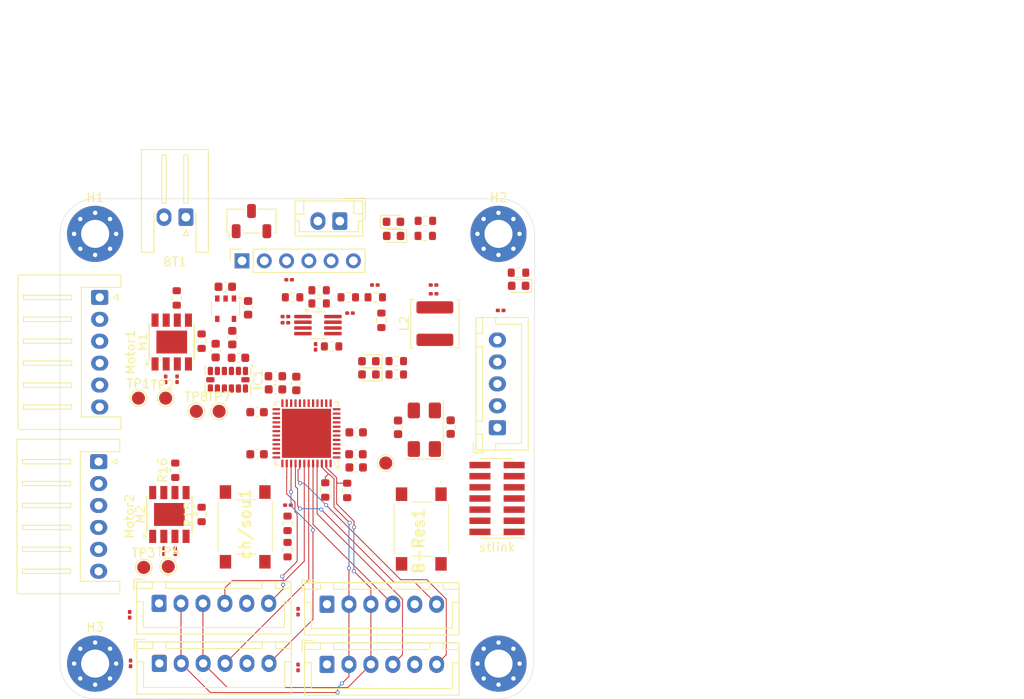
<source format=kicad_pcb>
(kicad_pcb (version 20241229) (generator "pcbnew") (generator_version "9.0")
  (layers (0 "F.Cu" signal) (4 "In1.Cu" power "In1.Cu - GND") (6 "In2.Cu" power "In2.Cu - PWR") (2 "B.Cu" signal) (13 "F.Paste" user) (15 "B.Paste" user) (5 "F.SilkS" user "F.Silkscreen") (7 "B.SilkS" user "B.Silkscreen") (1 "F.Mask" user) (3 "B.Mask" user) (25 "Edge.Cuts" user))
  (net 0 "")
  (net 1 "Net-(BT1-+)")
  (net 2 "GND")
  (net 3 "/µcontrolleur/NRST")
  (net 4 "+3.3V")
  (net 5 "Net-(U1-PF0)")
  (net 6 "Net-(U1-PF1)")
  (net 7 "Net-(U1-VDDA)")
  (net 8 "Net-(IC1-VDD_I{slash}O)")
  (net 9 "Net-(IC1-RESERVED_1)")
  (net 10 "+5V")
  (net 11 "+VBAT")
  (net 12 "Net-(IC2-VCC)")
  (net 13 "Net-(C17-Pad1)")
  (net 14 "Net-(IC2-SW)")
  (net 15 "Net-(C19-Pad1)")
  (net 16 "Net-(D1-K)")
  (net 17 "/µcontrolleur/STATUS_CHAT_LED")
  (net 18 "Net-(D2-K)")
  (net 19 "Net-(D3-K)")
  (net 20 "Net-(D4-K)")
  (net 21 "V_BATT")
  (net 22 "/µcontrolleur/STATUS_SOURIS_LED")
  (net 23 "Net-(D5-K)")
  (net 24 "/Capteurs/I2C1_SDA")
  (net 25 "/Capteurs/ACC_INT1")
  (net 26 "/Capteurs/I2C1_SCL")
  (net 27 "/Capteurs/ACC_INT2")
  (net 29 "Net-(IC2-PG)")
  (net 30 "/Moteur2/Motor1-")
  (net 31 "/Moteur2/Motor1+")
  (net 32 "/Moteur2/ENC1_PH2")
  (net 33 "/Moteur2/ENC1_PH1")
  (net 34 "/Capteurs/tof1_GPIO")
  (net 35 "/Capteurs/TOF1_XSHUT")
  (net 36 "/Capteurs/TOF2_XSHUT")
  (net 37 "/Capteurs/tof2_GPIO")
  (net 38 "/Capteurs/Bluetooth_USART3_RX")
  (net 39 "/Capteurs/Bluetooth_USART3_TX")
  (net 40 "/Capteurs/TOF3_XSHUT")
  (net 41 "/Capteurs/tof3_GPIO")
  (net 42 "/Capteurs/TOF4_XSHUT")
  (net 43 "/Capteurs/tof4_GPIO")
  (net 46 "/µcontrolleur/SWDIO")
  (net 47 "/µcontrolleur/VCP_RX")
  (net 51 "/µcontrolleur/SWCLK")
  (net 52 "/µcontrolleur/VCP_TX")
  (net 53 "/Moteur1/Motor1-")
  (net 54 "/Moteur1/ENC1_PH1")
  (net 55 "/Moteur1/Motor1+")
  (net 56 "/Moteur1/ENC1_PH2")
  (net 57 "Net-(IC2-EN{slash}SYNC)")
  (net 58 "Net-(IC2-BST)")
  (net 59 "Net-(IC2-FB)")
  (net 60 "Net-(M1-VREF)")
  (net 61 "Net-(M2-VREF)")
  (net 62 "/µcontrolleur/BOUTON_Chat{slash}Souris")
  (net 63 "/Moteur1/PWM_Mot1_CH1")
  (net 64 "/Moteur1/PWM_Mot1_CH2")
  (net 65 "/Moteur2/PWM_Mot1_CH1")
  (net 66 "/Moteur2/PWM_Mot1_CH2")
  (net 67 "/Capteurs/LIDAR_USART2_RX")
  (net 69 "/Capteurs/M_CTR")
  (net 77 "Net-(R17-Pad2)")
  (net 80 "/Capteurs/Bluetooth_En")
  (net 82 "Net-(alim_batt1-Pin_2)")
  (footprint "Connector_JST:JST_XH_B6B-XH-A_1x06_P2.50mm_Vertical" (layer "F.Cu") (at 135.38 121.645)
    (property "Reference" "TOF2" (hide yes))
    (property "Value" "Conn_01x06" (hide yes))
  )
  (footprint "TestPoint:TestPoint_Pad_D1.5mm" (layer "F.Cu") (at 139.6 92.9)
    (property "Reference" "TP8")
    (property "Value" "TestPoint" (hide yes))
  )
  (footprint "Capacitor_SMD:C_0603_1608Metric" (layer "F.Cu") (at 148.625 90.4)
    (property "Reference" "C7" (hide yes))
    (property "Value" "100nF" (hide yes))
  )
  (footprint "Capacitor_SMD:C_0603_1608Metric" (layer "F.Cu") (at 157.8 97.8)
    (property "Reference" "C2" (hide yes))
    (property "Value" "4u7" (hide yes))
  )
  (footprint "Capacitor_SMD:C_0201_0603Metric" (layer "F.Cu") (at 135.9 108.845 90)
    (property "Reference" "C25" (hide yes))
    (property "Value" "1 uF" (hide yes))
  )
  (footprint "Capacitor_SMD:C_0201_0603Metric" (layer "F.Cu") (at 174.3 81.4)
    (property "Reference" "C26" (hide yes))
    (property "Value" "1u" (hide yes))
  )
  (footprint "Crystal:Crystal_SMD_0603-4Pin_6.0x3.5mm" (layer "F.Cu") (at 165.6 95 90)
    (property "Reference" "Y1" (hide yes))
    (property "Value" "16MHz" (hide yes))
  )
  (footprint "Connector_JST:JST_EH_B2B-EH-A_1x02_P2.50mm_Vertical" (layer "F.Cu") (at 155.96 71.21 180)
    (property "Reference" "alim_batt1" (hide yes))
    (property "Value" "Conn_01x02" (hide yes))
  )
  (footprint "Resistor_SMD:R_0603_1608Metric" (layer "F.Cu") (at 140.2 104.6625 90)
    (property "Reference" "R15")
    (property "Value" "1 k")
  )
  (footprint "Resistor_SMD:R_0603_1608Metric" (layer "F.Cu") (at 137.2 99.625 90)
    (property "Reference" "R16")
    (property "Value" "4.7 k")
  )
  (footprint "Connector_JST:JST_XH_B6B-XH-A_1x06_P2.50mm_Vertical" (layer "F.Cu") (at 154.5 114.9)
    (property "Reference" "TOF3" (hide yes))
    (property "Value" "Conn_01x06" (hide yes))
  )
  (footprint "Resistor_SMD:R_0603_1608Metric" (layer "F.Cu") (at 160.7 82.525 90)
    (property "Reference" "R11" (hide yes))
    (property "Value" "16k" (hide yes))
  )
  (footprint "Button_Switch_SMD:Nidec_Copal_CAS-120A" (layer "F.Cu") (at 145.89 71.21 90)
    (property "Reference" "batterie1" (hide yes))
    (property "Value" "Wurth 472121020311" (hide yes))
  )
  (footprint "MountingHole:MountingHole_3.2mm_M3_Pad_Via" (layer "F.Cu") (at 128.06 72.67)
    (property "Reference" "H1")
    (property "Value" "MountingHole_Pad" (hide yes))
  )
  (footprint "Connector_JST:JST_XH_S6B-XH-A_1x06_P2.50mm_Horizontal" (layer "F.Cu") (at 128.58 79.91 -90)
    (property "Reference" "Motor1")
    (property "Value" "Conn_01x06")
  )
  (footprint "Capacitor_SMD:C_0201_0603Metric" (layer "F.Cu") (at 137.2 108.855 -90)
    (property "Reference" "C22" (hide yes))
    (property "Value" "1 uF" (hide yes))
  )
  (footprint "Resistor_SMD:R_0603_1608Metric" (layer "F.Cu") (at 162.4 87.18 180)
    (property "Reference" "R4" (hide yes))
    (property "Value" "600" (hide yes))
  )
  (footprint "TestPoint:TestPoint_Pad_D1.5mm" (layer "F.Cu") (at 133.6 110.7)
    (property "Reference" "TP3")
    (property "Value" "TestPoint" (hide yes))
  )
  (footprint "LED_SMD:LED_0603_1608Metric" (layer "F.Cu") (at 162.08 71.29)
    (property "Reference" "D3" (hide yes))
    (property "Value" "LED_Small" (hide yes))
  )
  (footprint "LED_SMD:LED_0603_1608Metric" (layer "F.Cu") (at 159.2775 87.19 180)
    (property "Reference" "D2" (hide yes))
    (property "Value" "LED_Small" (hide yes))
  )
  (footprint "Connector_JST:JST_XH_B5B-XH-A_1x05_P2.50mm_Vertical" (layer "F.Cu") (at 173.93 94.77 90)
    (property "Reference" "Lidar1" (hide yes))
    (property "Value" "Conn_01x05")
  )
  (footprint "Resistor_SMD:R_0603_1608Metric" (layer "F.Cu") (at 154.3 101.875 90)
    (property "Reference" "R2" (hide yes))
    (property "Value" "2.2K" (hide yes))
  )
  (footprint "Capacitor_SMD:C_0201_0603Metric" (layer "F.Cu") (at 166.655 79.5 180)
    (property "Reference" "C18" (hide yes))
    (property "Value" "22u" (hide yes))
  )
  (footprint "Resistor_SMD:R_0603_1608Metric" (layer "F.Cu") (at 162.4 88.7 180)
    (property "Reference" "R14" (hide yes))
    (property "Value" "1k6" (hide yes))
  )
  (footprint "Capacitor_SMD:C_0603_1608Metric" (layer "F.Cu") (at 168.6 94.7 -90)
    (property "Reference" "C4" (hide yes))
    (property "Value" "10pF" (hide yes))
  )
  (footprint "KiCad:SW Push 1P1T NO 6x6mm H9.5mm" (layer "F.Cu") (at 145.17 106.08 -90)
    (property "Reference" "ch/sou1")
    (property "Value" "SW_Push" (hide yes))
  )
  (footprint "Capacitor_SMD:C_0603_1608Metric" (layer "F.Cu") (at 151 89.725 -90)
    (property "Reference" "C8" (hide yes))
    (property "Value" "10nF" (hide yes))
  )
  (footprint "Resistor_SMD:R_0603_1608Metric" (layer "F.Cu") (at 165.7175 71.18)
    (property "Reference" "R3" (hide yes))
    (property "Value" "600" (hide yes))
  )
  (footprint "Capacitor_SMD:C_0201_0603Metric" (layer "F.Cu") (at 151.2 115.745 -90)
    (property "Reference" "C29" (hide yes))
    (property "Value" "1u" (hide yes))
  )
  (footprint "TestPoint:TestPoint_Pad_D1.5mm" (layer "F.Cu") (at 161.2 98.8)
    (property "Reference" "TP6" (hide yes))
    (property "Value" "TestPoint" (hide yes))
  )
  (footprint "Resistor_SMD:R_0603_1608Metric" (layer "F.Cu") (at 153.6 80.6)
    (property "Reference" "R8" (hide yes))
    (property "Value" "100K" (hide yes))
  )
  (footprint "TestPoint:TestPoint_Pad_D1.5mm" (layer "F.Cu") (at 136.4 110.6)
    (property "Reference" "TP4")
    (property "Value" "TestPoint" (hide yes))
  )
  (footprint "Resistor_SMD:R_0603_1608Metric" (layer "F.Cu") (at 156.8 101.925 90)
    (property "Reference" "R1" (hide yes))
    (property "Value" "2.2K" (hide yes))
  )
  (footprint "Capacitor_SMD:C_0603_1608Metric" (layer "F.Cu") (at 145.5 81.1 -90)
    (property "Reference" "C13" (hide yes))
    (property "Value" "1u" (hide yes))
  )
  (footprint "Capacitor_SMD:C_0603_1608Metric" (layer "F.Cu") (at 146.525 97.8)
    (property "Reference" "C6" (hide yes))
    (property "Value" "100nF" (hide yes))
  )
  (footprint "Capacitor_SMD:C_0201_0603Metric" (layer "F.Cu") (at 166.645 78.5 180)
    (property "Reference" "C20" (hide yes))
    (property "Value" "22u" (hide yes))
  )
  (footprint "Capacitor_SMD:C_0603_1608Metric" (layer "F.Cu") (at 157.825 99.3)
    (property "Reference" "C5" (hide yes))
    (property "Value" "100nF" (hide yes))
  )
  (footprint "Resistor_SMD:R_0603_1608Metric" (layer "F.Cu") (at 165.7 72.9 180)
    (property "Reference" "R5" (hide yes))
    (property "Value" "2k3" (hide yes))
  )
  (footprint "Package_TO_SOT_SMD:TSOT-23-8_HandSoldering" (layer "F.Cu") (at 153.465 83.07)
    (property "Reference" "IC2" (hide yes))
    (property "Value" "MP1")
  )
  (footprint "Capacitor_SMD:C_0201_0603Metric" (layer "F.Cu") (at 159.955 78.5)
    (property "Reference" "C19" (hide yes))
    (property "Value" "15pF" (hide yes))
  )
  (footprint "MountingHole:MountingHole_3.2mm_M3_Pad_Via" (layer "F.Cu") (at 128.06 121.67)
    (property "Reference" "H3")
    (property "Value" "MountingHole_Pad" (hide yes))
  )
  (footprint "Capacitor_SMD:C_0201_0603Metric" (layer "F.Cu") (at 132.1 121.645 -90)
    (property "Reference" "C28" (hide yes))
    (property "Value" "1u" (hide yes))
  )
  (footprint "Package_LGA:LGA-14_3x5mm_P0.8mm_LayoutBorder1x6y" (layer "F.Cu") (at 143.2 89.3 -90)
    (property "Reference" "IC1")
    (property "Value" "ADX")
  )
  (footprint "LED_SMD:LED_0603_1608Metric" (layer "F.Cu") (at 162.1 72.9 180)
    (property "Reference" "D1" (hide yes))
    (property "Value" "LED_Small" (hide yes))
  )
  (footprint "Capacitor_SMD:C_0201_0603Metric" (layer "F.Cu") (at 137.4 89.245 -90)
    (property "Reference" "C23" (hide yes))
    (property "Value" "1 uF" (hide yes))
  )
  (footprint "Package_SO:Diodes_SO-8EP" (layer "F.Cu") (at 136.525 104.6625 90)
    (property "Reference" "M2")
    (property "Value" "ZXB")
  )
  (footprint "TestPoint:TestPoint_Pad_D1.5mm" (layer "F.Cu") (at 133 91.4)
    (property "Reference" "TP1")
    (property "Value" "TestPoint" (hide yes))
  )
  (footprint "Capacitor_SMD:C_0201_0603Metric" (layer "F.Cu") (at 149.755 82.8 180)
    (property "Reference" "C15" (hide yes))
    (property "Value" "0.1u" (hide yes))
  )
  (footprint "LED_SMD:LED_0603_1608Metric" (layer "F.Cu") (at 159.2825 88.7 180)
    (property "Reference" "D5" (hide yes))
    (property "Value" "LED_Small" (hide yes))
  )
  (footprint "MountingHole:MountingHole_3.2mm_M3_Pad_Via" (layer "F.Cu") (at 174.0525 72.66875)
    (property "Reference" "H2")
    (property "Value" "MountingHole_Pad" (hide yes))
  )
  (footprint "Package_SO:Diodes_SO-8EP" (layer "F.Cu") (at 136.795 85.0025 90)
    (property "Reference" "M1")
    (property "Value" "ZXB")
  )
  (footprint "Capacitor_SMD:C_0603_1608Metric" (layer "F.Cu") (at 142.9 78.7)
    (property "Reference" "C12" (hide yes))
    (property "Value" "1u" (hide yes))
  )
  (footprint "Capacitor_SMD:C_0603_1608Metric" (layer "F.Cu") (at 157.825 95.3)
    (property "Reference" "C1" (hide yes))
    (property "Value" "100nF" (hide yes))
  )
  (footprint "MountingHole:MountingHole_3.2mm_M3_Pad_Via" (layer "F.Cu") (at 174.06 121.67)
    (property "Reference" "H4" (hide yes))
    (property "Value" "MountingHole_Pad" (hide yes))
  )
  (footprint "Capacitor_SMD:C_0201_0603Metric" (layer "F.Cu") (at 149.755 82.1 180)
    (property "Reference" "C14" (hide yes))
    (property "Value" "22u" (hide yes))
  )
  (footprint "Resistor_SMD:R_0603_1608Metric" (layer "F.Cu") (at 156.925 79.9)
    (property "Reference" "R12" (hide yes))
    (property "Value" "7K68" (hide yes))
  )
  (footprint "Capacitor_SMD:C_0201_0603Metric" (layer "F.Cu") (at 150.18 77.9)
    (property "Reference" "C31" (hide yes))
    (property "Value" "1u" (hide yes))
  )
  (footprint "TestPoint:TestPoint_Pad_D1.5mm" (layer "F.Cu") (at 142.2 92.9)
    (property "Reference" "TP7")
    (property "Value" "TestPoint" (hide yes))
  )
  (footprint "Connector_JST:JST_XH_B6B-XH-A_1x06_P2.50mm_Vertical" (layer "F.Cu") (at 135.35 114.8)
    (property "Reference" "TOF1" (hide yes))
    (property "Value" "Conn_01x06" (hide yes))
  )
  (footprint "Connector_PinHeader_1.27mm:PinHeader_2x07_P1.27mm_Vertical_SMD" (layer "F.Cu") (at 173.89 102.84 180)
    (property "Reference" "stlink")
    (property "Value" "Conn_ST_STDC14" (hide yes))
  )
  (footprint "Resistor_SMD:R_0603_1608Metric" (layer "F.Cu") (at 150 105.675 -90)
    (property "Reference" "R20" (hide yes))
    (property "Value" "10K" (hide yes))
  )
  (footprint "Capacitor_SMD:C_0201_0603Metric" (layer "F.Cu") (at 153.2 85.555 90)
    (property "Reference" "C17" (hide yes))
    (property "Value" "0.1uF" (hide yes))
  )
  (footprint "Connector_JST:JST_XH_S6B-XH-A_1x06_P2.50mm_Horizontal" (layer "F.Cu") (at 128.46 98.64 -90)
    (property "Reference" "Motor2")
    (property "Value" "Conn_01x06")
  )
  (footprint "Connector_JST:JST_XH_S2B-XH-A-1_1x02_P2.50mm_Horizontal" (layer "F.Cu") (at 138.41 70.76 180)
    (property "Reference" "BT1")
    (property "Value" "Battery_Cell")
  )
  (footprint "Resistor_SMD:R_0603_1608Metric" (layer "F.Cu") (at 160 79.9)
    (property "Reference" "R13" (hide yes))
    (property "Value" "40.2K" (hide yes))
  )
  (footprint "Capacitor_SMD:C_0603_1608Metric" (layer "F.Cu") (at 144.4 86.8)
    (property "Reference" "C9" (hide yes))
    (property "Value" "0.1u" (hide yes))
  )
  (footprint "TestPoint:TestPoint_Pad_D1.5mm" (layer "F.Cu") (at 136.1 91.4)
    (property "Reference" "TP2")
    (property "Value" "TestPoint" (hide yes))
  )
  (footprint "Inductor_SMD:L_0603_1608Metric" (layer "F.Cu") (at 148.6125 88.9)
    (property "Reference" "L1" (hide yes))
    (property "Value" "39nH" (hide yes))
  )
  (footprint "Resistor_SMD:R_0603_1608Metric" (layer "F.Cu") (at 153.6 79.1)
    (property "Reference" "R7" (hide yes))
    (property "Value" "100K" (hide yes))
  )
  (footprint "Package_DFN_QFN:QFN-48-1EP_7x7mm_P0.5mm_EP5.6x5.6mm" (layer "F.Cu") (at 152.16 95.4125 180)
    (property "Reference" "U1" (hide yes))
    (property "Value" "STM")
  )
  (footprint "Capacitor_SMD:C_0201_0603Metric" (layer "F.Cu") (at 132 116.1 -90)
    (property "Reference" "C27" (hide yes))
    (property "Value" "1u" (hide yes))
  )
  (footprint "Inductor_SMD:L_APV_ANR5040" (layer "F.Cu") (at 166.8 82.9 90)
    (property "Reference" "L2")
    (property "Value" "4.7u" (hide yes))
  )
  (footprint "Capacitor_SMD:C_0603_1608Metric" (layer "F.Cu") (at 143.7 84.5 -90)
    (property "Reference" "C11" (hide yes))
    (property "Value" "0.1u" (hide yes))
  )
  (footprint "Connector_JST:JST_XH_B6B-XH-A_1x06_P2.50mm_Vertical" (layer "F.Cu") (at 154.5 121.76)
    (property "Reference" "TOF4" (hide yes))
    (property "Value" "Conn_01x06" (hide yes))
  )
  (footprint "LED_SMD:LED_0603_1608Metric" (layer "F.Cu") (at 176.35 78.59 180)
    (property "Reference" "D4" (hide yes))
    (property "Value" "LED_Small" (hide yes))
  )
  (footprint "Resistor_SMD:R_0603_1608Metric" (layer "F.Cu") (at 150.575 79.9 180)
    (property "Reference" "R9" (hide yes))
    (property "Value" "100K" (hide yes))
  )
  (footprint "KiCad:SW Push 1P1T NO 6x6mm H9.5mm" (layer "F.Cu") (at 165.25 106.325 -90)
    (property "Reference" "B-Res1")
    (property "Value" "SW_Push" (hide yes))
  )
  (footprint "Resistor_SMD:R_0603_1608Metric" (layer "F.Cu") (at 137.36 79.975 90)
    (property "Reference" "R19" (hide yes))
    (property "Value" "4.7 k" (hide yes))
  )
  (footprint "Package_SO:TSOP-5_1.65x3.05mm_P0.95mm" (layer "F.Cu") (at 142.9375 81.2 -90)
    (property "Reference" "PS1" (hide yes))
    (property "Value" "BU3")
  )
  (footprint "Capacitor_SMD:C_0201_0603Metric" (layer "F.Cu") (at 150.045 103.6)
    (property "Reference" "C32" (hide yes))
    (property "Value" "100nf" (hide yes))
  )
  (footprint "Capacitor_SMD:C_0603_1608Metric" (layer "F.Cu") (at 141.8 85.975 -90)
    (property "Reference" "C10" (hide yes))
    (property "Value" "10u" (hide yes))
  )
  (footprint "Capacitor_SMD:C_0603_1608Metric" (layer "F.Cu") (at 146.525 93)
    (property "Reference" "C21" (hide yes))
    (property "Value" "100nF" (hide yes))
  )
  (footprint "Capacitor_SMD:C_0603_1608Metric" (layer "F.Cu") (at 162.6 94.725 90)
    (property "Reference" "C3" (hide yes))
    (property "Value" "10pF" (hide yes))
  )
  (footprint "Resistor_SMD:R_0603_1608Metric" (layer "F.Cu") (at 150 108.675 -90)
    (property "Reference" "R17" (hide yes))
    (property "Value" "10k" (hide yes))
  )
  (footprint "Resistor_SMD:R_0603_1608Metric" (layer "F.Cu") (at 176.335 77.09)
    (property "Reference" "R6" (hide yes))
    (property "Value" "4k5" (hide yes))
  )
  (footprint "Resistor_SMD:R_0603_1608Metric" (layer "F.Cu") (at 140.2 84.9 90)
    (property "Reference" "R18" (hide yes))
    (property "Value" "1 k" (hide yes))
  )
  (footprint "Resistor_SMD:R_0603_1608Metric" (layer "F.Cu") (at 155.025 85.5 180)
    (property "Reference" "R10" (hide yes))
    (property "Value" "20" (hide yes))
  )
  (footprint "Connector_PinSocket_2.54mm:PinSocket_1x06_P2.54mm_Vertical" (layer "F.Cu") (at 144.81 75.739999 90)
    (property "Reference" "Bluetooth1" (hide yes))
    (property "Value" "Conn_01x06" (hide yes))
  )
  (footprint "Capacitor_SMD:C_0201_0603Metric" (layer "F.Cu") (at 151.2 122.105 -90)
    (property "Reference" "C30" (hide yes))
    (property "Value" "1u" (hide yes))
  )
  (footprint "Capacitor_SMD:C_0201_0603Metric" (layer "F.Cu") (at 136.1 89.255 90)
    (property "Reference" "C24" (hide yes))
    (property "Value" "1 uF" (hide yes))
  )
  (footprint "Capacitor_SMD:C_0201_0603Metric" (layer "F.Cu") (at 157.12 81.7)
    (property "Reference" "C16" (hide yes))
    (property "Value" "0.1u" (hide yes))
  )
  (gr_arc (start 174.174073 68.66875) (mid 177.0025 69.840323) (end 178.174073 72.66875) (stroke (width 0.05)) (layer "Edge.Cuts"))
  (gr_line (start 128.06 68.67) (end 174.181573 68.67) (stroke (width 0.05)) (layer "Edge.Cuts"))
  (gr_arc (start 124.06 72.67) (mid 125.231573 69.841573) (end 128.06 68.67) (stroke (width 0.05)) (layer "Edge.Cuts"))
  (gr_line (start 178.181573 72.67) (end 178.06 121.67) (stroke (width 0.05)) (layer "Edge.Cuts"))
  (gr_line (start 128.06 125.67) (end 174.00177 125.71) (stroke (width 0.05)) (layer "Edge.Cuts"))
  (gr_arc (start 128.06 125.67) (mid 125.231573 124.498427) (end 124.06 121.67) (stroke (width 0.05)) (layer "Edge.Cuts"))
  (gr_arc (start 178.064617 121.635383) (mid 176.871189 124.516572) (end 173.99 125.71) (stroke (width 0.05)) (layer "Edge.Cuts"))
  (gr_line (start 124.06 121.67) (end 124.06 72.67) (stroke (width 0.05)) (layer "Edge.Cuts"))
  (segment (start 156.9 124.36) (end 159.5 121.76) (width 0.1) (layer "F.Cu") (net 24))
  (segment (start 154.924678 99.799) (end 155.601 100.475322) (width 0.1) (layer "F.Cu") (net 24))
  (segment (start 155.6 101) (end 155.6 103.455082) (width 0.1) (layer "F.Cu") (net 24))
  (segment (start 155.6 100.942302) (end 155.6 101) (width 0.1) (layer "F.Cu") (net 24))
  (segment (start 143.135 124.4) (end 156.9 124.4) (width 0.1) (layer "F.Cu") (net 24))
  (segment (start 155.6 101) (end 155.7 101.1) (width 0.1) (layer "F.Cu") (net 24))
  (segment (start 140.35 114.8) (end 140.35 121.615) (width 0.1) (layer "F.Cu") (net 24))
  (segment (start 140.38 121.645) (end 143.135 124.4) (width 0.1) (layer "F.Cu") (net 24))
  (segment (start 159.5 113.071753) (end 157.55935 111.131103) (width 0.1) (layer "F.Cu") (net 24))
  (segment (start 140.35 121.615) (end 140.38 121.645) (width 0.1) (layer "F.Cu") (net 24))
  (segment (start 154.41 98.85) (end 154.41 99.31) (width 0.1) (layer "F.Cu") (net 24))
  (segment (start 154.41 99.31) (end 154.899 99.799) (width 0.1) (layer "F.Cu") (net 24))
  (segment (start 159.5 114.9) (end 159.5 113.071753) (width 0.1) (layer "F.Cu") (net 24))
  (segment (start 155.7 101.1) (end 156.8 101.1) (width 0.1) (layer "F.Cu") (net 24))
  (segment (start 155.601 100.941302) (end 155.6 100.942302) (width 0.1) (layer "F.Cu") (net 24))
  (segment (start 154.899 99.799) (end 154.924678 99.799) (width 0.1) (layer "F.Cu") (net 24))
  (segment (start 159.5 114.9) (end 159.5 121.76) (width 0.1) (layer "F.Cu") (net 24))
  (segment (start 155.6 103.455082) (end 157.585876 105.440958) (width 0.1) (layer "F.Cu") (net 24))
  (segment (start 157.585876 105.440958) (end 157.585876 106.114124) (width 0.1) (layer "F.Cu") (net 24))
  (segment (start 156.9 124.4) (end 156.9 124.36) (width 0.1) (layer "F.Cu") (net 24))
  (segment (start 155.601 100.475322) (end 155.601 100.941302) (width 0.1) (layer "F.Cu") (net 24))
  (via (at 157.585876 106.114124) (size 0.45) (drill 0.3) (layers "F.Cu" "B.Cu") (net 24))
  (via (at 157.55935 111.131103) (size 0.45) (drill 0.3) (layers "F.Cu" "B.Cu") (net 24))
  (segment (start 157.55935 111.131103) (end 157.55935 106.14065) (width 0.1) (layer "B.Cu") (net 24))
  (segment (start 157.55935 106.14065) (end 157.585876 106.114124) (width 0.1) (layer "B.Cu") (net 24))
  (segment (start 157.085876 105.614124) (end 155.3 103.828248) (width 0.1) (layer "F.Cu") (net 26))
  (segment (start 154.8 100.1) (end 154.722501 100.1) (width 0.1) (layer "F.Cu") (net 26))
  (segment (start 153.91 99.287499) (end 153.91 98.85) (width 0.1) (layer "F.Cu") (net 26))
  (segment (start 155.3 100.6) (end 154.8 100.1) (width 0.1) (layer "F.Cu") (net 26))
  (segment (start 154.66125 100.03875) (end 154.3 100.4) (width 0.1) (layer "F.Cu") (net 26))
  (segment (start 157 114.9) (end 157 121.76) (width 0.1) (layer "F.Cu") (net 26))
  (segment (start 156.2 123.925) (end 157 123.125) (width 0.1) (layer "F.Cu") (net 26))
  (segment (start 154.1 101.05) (end 154.3 100.85) (width 0.1) (layer "F.Cu") (net 26))
  (segment (start 157 123.125) (end 157 121.76) (width 0.1) (layer "F.Cu") (net 26))
  (segment (start 154.3 100.4) (end 154.3 101.05) (width 0.1) (layer "F.Cu") (net 26))
  (segment (start 154.66125 100.03875) (end 154.26125 99.63875) (width 0.1) (layer "F.Cu") (net 26))
  (segment (start 137.88 121.645) (end 141.204064 124.969064) (width 0.1) (layer "F.Cu") (net 26))
  (segment (start 154.26125 99.63875) (end 153.91 99.287499) (width 0.1) (layer "F.Cu") (net 26))
  (segment (start 157 114.9) (end 157 110.8) (width 0.1) (layer "F.Cu") (net 26))
  (segment (start 137.85 114.8) (end 137.85 121.615) (width 0.1) (layer "F.Cu") (net 26))
  (segment (start 137.85 121.615) (end 137.88 121.645) (width 0.1) (layer "F.Cu") (net 26))
  (segment (start 141.204064 124.969064) (end 155.700027 124.969064) (width 0.1) (layer "F.Cu") (net 26))
  (segment (start 154.722501 100.1) (end 154.66125 100.03875) (width 0.1) (layer "F.Cu") (net 26))
  (segment (start 155.3 103.828248) (end 155.3 100.6) (width 0.1) (layer "F.Cu") (net 26))
  (via (at 157 110.8) (size 0.45) (drill 0.3) (layers "F.Cu" "B.Cu") (net 26))
  (via (at 156.2 123.925) (size 0.45) (drill 0.3) (layers "F.Cu" "B.Cu") (net 26))
  (via (at 157.085876 105.614124) (size 0.45) (drill 0.3) (layers "F.Cu" "B.Cu") (net 26))
  (via (at 155.700027 124.969064) (size 0.45) (drill 0.3) (layers "F.Cu" "B.Cu") (net 26))
  (segment (start 157 110.8) (end 157 105.7) (width 0.1) (layer "B.Cu") (net 26))
  (segment (start 155.700027 124.969064) (end 155.700027 124.424973) (width 0.1) (layer "B.Cu") (net 26))
  (segment (start 157 105.7) (end 157.085876 105.614124) (width 0.1) (layer "B.Cu") (net 26))
  (segment (start 155.700027 124.424973) (end 156.2 123.925) (width 0.1) (layer "B.Cu") (net 26))
  (segment (start 151.91 98.85) (end 151.91 109.99) (width 0.1) (layer "F.Cu") (net 34))
  (segment (start 142.85 113.05) (end 142.85 114.8) (width 0.1) (layer "F.Cu") (net 34))
  (segment (start 143.7 112.2) (end 142.85 113.05) (width 0.1) (layer "F.Cu") (net 34))
  (segment (start 149.7 112.2) (end 143.7 112.2) (width 0.1) (layer "F.Cu") (net 34))
  (segment (start 151.91 109.99) (end 149.7 112.2) (width 0.1) (layer "F.Cu") (net 34))
  (segment (start 151.1 110) (end 151.1 104.6) (width 0.1) (layer "F.Cu") (net 35))
  (segment (start 147.85 114.8) (end 149.5 113.15) (width 0.1) (layer "F.Cu") (net 35))
  (segment (start 149.895 102.295) (end 149.895 100.502834) (width 0.1) (layer "F.Cu") (net 35))
  (segment (start 150.846 104.346) (end 150.846 103.246) (width 0.1) (layer "F.Cu") (net 35))
  (segment (start 151.1 104.6) (end 150.846 104.346) (width 0.1) (layer "F.Cu") (net 35))
  (segment (start 149.91 100.487834) (end 149.91 98.85) (width 0.1) (layer "F.Cu") (net 35))
  (segment (start 149.895 100.502834) (end 149.91 100.487834) (width 0.1) (layer "F.Cu") (net 35))
  (segment (start 149.4 111.7) (end 151.1 110) (width 0.1) (layer "F.Cu") (net 35))
  (segment (start 149.5 113.15) (end 149.5 112.675) (width 0.1) (layer "F.Cu") (net 35))
  (segment (start 149.4 111.725) (end 149.4 111.7) (width 0.1) (layer "F.Cu") (net 35))
  (segment (start 150.846 103.246) (end 149.895 102.295) (width 0.1) (layer "F.Cu") (net 35))
  (via (at 149.5 112.675) (size 0.45) (drill 0.3) (layers "F.Cu" "B.Cu") (net 35))
  (via (at 149.4 111.725) (size 0.45) (drill 0.3) (layers "F.Cu" "B.Cu") (net 35))
  (segment (start 149.5 111.825) (end 149.4 111.725) (width 0.1) (layer "B.Cu") (net 35))
  (segment (start 149.5 112.675) (end 149.5 111.825) (width 0.1) (layer "B.Cu") (net 35))
  (segment (start 150.4 100.671) (end 150.41 100.661) (width 0.1) (layer "F.Cu") (net 36))
  (segment (start 152.9 116.625) (end 147.88 121.645) (width 0.1) (layer "F.Cu") (net 36))
  (segment (start 152.9 106.471752) (end 152.9 116.625) (width 0.1) (layer "F.Cu") (net 36))
  (segment (start 150.41 100.661) (end 150.41 98.85) (width 0.1) (layer "F.Cu") (net 36))
  (segment (start 152.891652 106.463404) (end 152.9 106.471752) (width 0.1) (layer "F.Cu") (net 36))
  (segment (start 150.4 102.1) (end 150.4 100.671) (width 0.1) (layer "F.Cu") (net 36))
  (via (at 150.4 102.1) (size 0.45) (drill 0.3) (layers "F.Cu" "B.Cu") (net 36))
  (via (at 152.891652 106.463404) (size 0.45) (drill 0.3) (layers "F.Cu" "B.Cu") (net 36))
  (segment (start 152.9 106.455056) (end 152.9 106.2) (width 0.1) (layer "B.Cu") (net 36))
  (segment (start 152.891652 106.463404) (end 152.9 106.455056) (width 0.1) (layer "B.Cu") (net 36))
  (segment (start 150.4 103.7) (end 150.4 102.1) (width 0.1) (layer "B.Cu") (net 36))
  (segment (start 152.9 106.2) (end 150.4 103.7) (width 0.1) (layer "B.Cu") (net 36))
  (segment (start 152.41 112.115) (end 152.41 98.85) (width 0.1) (layer "F.Cu") (net 37))
  (segment (start 142.88 121.645) (end 152.41 112.115) (width 0.1) (layer "F.Cu") (net 37))
  (segment (start 150.9 101.476488) (end 150.9 98.86) (width 0.1) (layer "F.Cu") (net 40))
  (segment (start 151.147 101.723488) (end 150.9 101.476488) (width 0.1) (layer "F.Cu") (net 40))
  (segment (start 151.147 103.712) (end 151.147 101.723488) (width 0.1) (layer "F.Cu") (net 40))
  (segment (start 150.9 98.86) (end 150.91 98.85) (width 0.1) (layer "F.Cu") (net 40))
  (segment (start 162.149 112.4) (end 153.849 104.1) (width 0.1) (layer "F.Cu") (net 40))
  (segment (start 151.435 104) (end 151.147 103.712) (width 0.1) (layer "F.Cu") (net 40))
  (segment (start 167 114.9) (end 164.5 112.4) (width 0.1) (layer "F.Cu") (net 40))
  (segment (start 164.5 112.4) (end 162.149 112.4) (width 0.1) (layer "F.Cu") (net 40))
  (via (at 151.435 104) (size 0.45) (drill 0.3) (layers "F.Cu" "B.Cu") (net 40))
  (via (at 153.849 104.1) (size 0.45) (drill 0.3) (layers "F.Cu" "B.Cu") (net 40))
  (segment (start 153.849 104.1) (end 153.749 104) (width 0.1) (layer "B.Cu") (net 40))
  (segment (start 153.749 104) (end 151.435 104) (width 0.1) (layer "B.Cu") (net 40))
  (segment (start 162 114.9) (end 152.91 105.81) (width 0.1) (layer "F.Cu") (net 41))
  (segment (start 152.91 105.81) (end 152.91 98.85) (width 0.1) (layer "F.Cu") (net 41))
  (segment (start 168.101 114.318951) (end 168.101 120.659) (width 0.1) (layer "F.Cu") (net 42))
  (segment (start 165.881049 112.099) (end 168.101 114.318951) (width 0.1) (layer "F.Cu") (net 42))
  (segment (start 151.435 101.1) (end 151.4 101.065) (width 0.1) (layer "F.Cu") (net 42))
  (segment (start 168.101 120.659) (end 167 121.76) (width 0.1) (layer "F.Cu") (net 42))
  (segment (start 162.899 112.099) (end 165.881049 112.099) (width 0.1) (layer "F.Cu") (net 42))
  (segment (start 151.2 100.8) (end 151.2 99.6) (width 0.1) (layer "F.Cu") (net 42))
  (segment (start 151.4 101.065) (end 151.4 101) (width 0.1) (layer "F.Cu") (net 42))
  (segment (start 151.41 99.39) (end 151.41 98.85) (width 0.1) (layer "F.Cu") (net 42))
  (segment (start 154.4 103.6) (end 162.899 112.099) (width 0.1) (layer "F.Cu") (net 42))
  (segment (start 151.4 101) (end 151.2 100.8) (width 0.1) (layer "F.Cu") (net 42))
  (segment (start 151.2 99.6) (end 151.41 99.39) (width 0.1) (layer "F.Cu") (net 42))
  (via (at 154.4 103.6) (size 0.45) (drill 0.3) (layers "F.Cu" "B.Cu") (net 42))
  (via (at 151.435 101.1) (size 0.45) (drill 0.3) (layers "F.Cu" "B.Cu") (net 42))
  (segment (start 151.9 101.1) (end 154.4 103.6) (width 0.1) (layer "B.Cu") (net 42))
  (segment (start 151.435 101.1) (end 151.9 101.1) (width 0.1) (layer "B.Cu") (net 42))
  (segment (start 163.101 114.318951) (end 153.374 104.591951) (width 0.1) (layer "F.Cu") (net 43))
  (segment (start 153.374 104.591951) (end 153.374 98.886) (width 0.1) (layer "F.Cu") (net 43))
  (segment (start 163.101 120.659) (end 163.101 114.318951) (width 0.1) (layer "F.Cu") (net 43))
  (segment (start 153.374 98.886) (end 153.41 98.85) (width 0.1) (layer "F.Cu") (net 43))
  (segment (start 162 121.76) (end 163.101 120.659) (width 0.1) (layer "F.Cu") (net 43))
)
</source>
